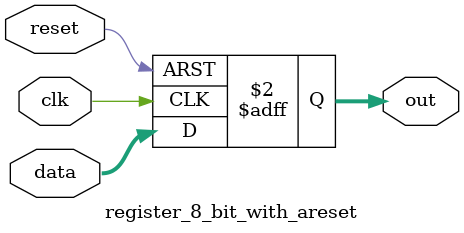
<source format=v>
module register_8_bit_with_areset(
	input clk, reset,
	input wire [7:0] data,
	output reg [7:0] out);
	
	always @(posedge clk, posedge reset)
		if (reset) out <= 0;
		else out <= data;
endmodule
</source>
